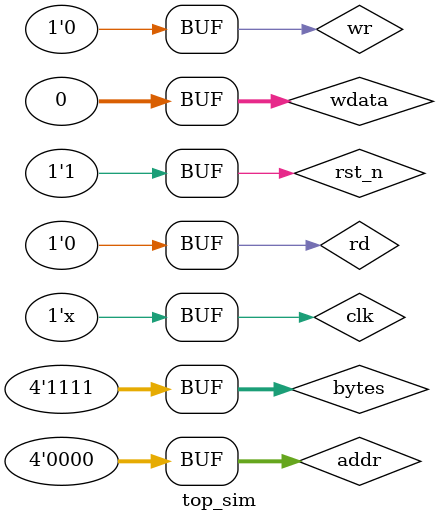
<source format=v>
module top_sim();
reg clk = 0;
reg rst_n = 'b0;
reg wr,rd;
reg [3:0] bytes,addr;
reg [31:0] wdata; 
wire rdata_v;
wire [31:0] rdata;
top toptest(
    .clk(clk),
    .rst_n(rst_n),
    .wr(wr),
    .rd(rd),
    .byte(bytes),
    .addr(addr),
    .wdata(wdata),
    .rdata_v(rdata_v),
    .rdata(rdata)
);
always #5 clk = ~clk;
initial begin
// c
    // start rst 
    /* test case cases
    {SIN, 0x1000a, 0xfc1b},
	{SIN, 0x10014, 0xf08c},
	{COS, 0x1000a, 0xffffd38d},
	{COS, 0x10014, 0xffffa872}
    */
    #20 rst_n = 'b1;  rd= 'b0; wr= 'b0; bytes= 'h0;addr= 'h0;wdata= 'h0;
    #20 rst_n = 'b0;
    #20 rst_n = 'b1; 
    // test one, wait 5 cycles 
    //byte always = oxf
    // while, test write twice:
    //1. write phase , wait for 5 cycles
    //2. write config, wait for5 cycles 
    // write phrase to 1 
    #16 rd= 'b0; wr= 'b1; bytes= 'hf;addr= 'h1;wdata= 'h1000a;
    #10  rd= 'b0; wr= 'b0; bytes= 'hf;addr= 'h0;wdata= 'h0;
    //wait 5 cycles, write sin config to 0x0
    #50 rd= 'b0; wr= 'b1; bytes= 'hf;addr= 'h0;wdata= 'h00000001;
     #10  rd= 'b0; wr= 'b0; bytes= 'hf;addr= 'h0;wdata= 'h0;
    //wait 5 + 30 cycles , read data
    #350  rd= 'b1; wr= 'b0; bytes= 'hf;addr= 'h2;wdata= 'h0;
     #10  rd= 'b0; wr= 'b0; bytes= 'hf;addr= 'h0;wdata= 'h0;

     //test 2 
     #100 rd= 'b0; wr= 'b1; bytes= 'hf;addr= 'h1;wdata= 'h10014;
    #10  rd= 'b0; wr= 'b0; bytes= 'hf;addr= 'h0;wdata= 'h0;
    //wait 5 cycles, write sin config to 0x0
    #50 rd= 'b0; wr= 'b1; bytes= 'hf;addr= 'h0;wdata= 'h00000001;
     #10  rd= 'b0; wr= 'b0; bytes= 'hf;addr= 'h0;wdata= 'h0;
    //wait 5 + 30 cycles , read data
    #350  rd= 'b1; wr= 'b0; bytes= 'hf;addr= 'h2;wdata= 'h0;
     #10  rd= 'b0; wr= 'b0; bytes= 'hf;addr= 'h0;wdata= 'h0;
     //test 3
      #100 rd= 'b0; wr= 'b1; bytes= 'hf;addr= 'h1;wdata= 'h1000a;
     #10  rd= 'b0; wr= 'b0; bytes= 'hf;addr= 'h0;wdata= 'h0;
    //wait 5 cycles, write sin config to 0x0
     #50 rd= 'b0; wr= 'b1; bytes= 'hf;addr= 'h0;wdata= 'h00000101;
     #10  rd= 'b0; wr= 'b0; bytes= 'hf;addr= 'h0;wdata= 'h0;
    //wait 5 + 30 cycles , read data
     #350  rd= 'b1; wr= 'b0; bytes= 'hf;addr= 'h2;wdata= 'h0;
     #10  rd= 'b0; wr= 'b0; bytes= 'hf;addr= 'h0;wdata= 'h0;
     //test 4
      #100 rd= 'b0; wr= 'b1; bytes= 'hf;addr= 'h1;wdata= 'h10014;
     #10  rd= 'b0; wr= 'b0; bytes= 'hf;addr= 'h0;wdata= 'h0;
    //wait 5 cycles, write sin config to 0x0
     #50 rd= 'b0; wr= 'b1; bytes= 'hf;addr= 'h0;wdata= 'h00000101;
     #10  rd= 'b0; wr= 'b0; bytes= 'hf;addr= 'h0;wdata= 'h0;
    //wait 5 + 30 cycles , read data
     #350  rd= 'b1; wr= 'b0; bytes= 'hf;addr= 'h2;wdata= 'h0;
     #10  rd= 'b0; wr= 'b0; bytes= 'hf;addr= 'h0;wdata= 'h0;
   
end
endmodule
</source>
